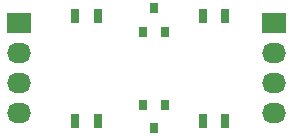
<source format=gbr>
G04 #@! TF.FileFunction,Soldermask,Top*
%FSLAX46Y46*%
G04 Gerber Fmt 4.6, Leading zero omitted, Abs format (unit mm)*
G04 Created by KiCad (PCBNEW (2015-02-22 BZR 5447)-product) date 2015 March 16, Monday 22:42:37*
%MOMM*%
G01*
G04 APERTURE LIST*
%ADD10C,0.100000*%
%ADD11R,2.032000X1.727200*%
%ADD12O,2.032000X1.727200*%
%ADD13R,0.800000X0.900000*%
%ADD14R,0.700000X1.300000*%
G04 APERTURE END LIST*
D10*
D11*
X149860000Y-107950000D03*
D12*
X149860000Y-110490000D03*
X149860000Y-113030000D03*
X149860000Y-115570000D03*
D11*
X171450000Y-107950000D03*
D12*
X171450000Y-110490000D03*
X171450000Y-113030000D03*
X171450000Y-115570000D03*
D13*
X161290000Y-106680000D03*
X160340000Y-108680000D03*
X162190000Y-108680000D03*
X161290000Y-116840000D03*
X162240000Y-114840000D03*
X160390000Y-114840000D03*
D14*
X154625000Y-107315000D03*
X156525000Y-107315000D03*
X154625000Y-116205000D03*
X156525000Y-116205000D03*
X167320000Y-116205000D03*
X165420000Y-116205000D03*
X167320000Y-107315000D03*
X165420000Y-107315000D03*
M02*

</source>
